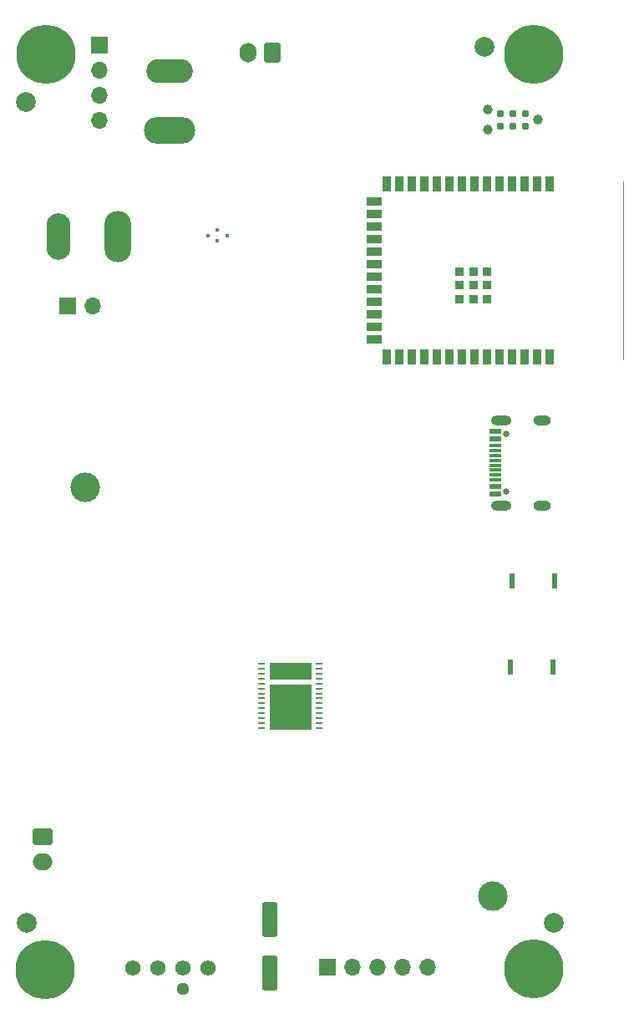
<source format=gbr>
%TF.GenerationSoftware,KiCad,Pcbnew,7.0.7*%
%TF.CreationDate,2023-10-02T05:04:28-04:00*%
%TF.ProjectId,bitaxeUltra,62697461-7865-4556-9c74-72612e6b6963,rev?*%
%TF.SameCoordinates,Original*%
%TF.FileFunction,Soldermask,Bot*%
%TF.FilePolarity,Negative*%
%FSLAX46Y46*%
G04 Gerber Fmt 4.6, Leading zero omitted, Abs format (unit mm)*
G04 Created by KiCad (PCBNEW 7.0.7) date 2023-10-02 05:04:28*
%MOMM*%
%LPD*%
G01*
G04 APERTURE LIST*
G04 Aperture macros list*
%AMRoundRect*
0 Rectangle with rounded corners*
0 $1 Rounding radius*
0 $2 $3 $4 $5 $6 $7 $8 $9 X,Y pos of 4 corners*
0 Add a 4 corners polygon primitive as box body*
4,1,4,$2,$3,$4,$5,$6,$7,$8,$9,$2,$3,0*
0 Add four circle primitives for the rounded corners*
1,1,$1+$1,$2,$3*
1,1,$1+$1,$4,$5*
1,1,$1+$1,$6,$7*
1,1,$1+$1,$8,$9*
0 Add four rect primitives between the rounded corners*
20,1,$1+$1,$2,$3,$4,$5,0*
20,1,$1+$1,$4,$5,$6,$7,0*
20,1,$1+$1,$6,$7,$8,$9,0*
20,1,$1+$1,$8,$9,$2,$3,0*%
G04 Aperture macros list end*
%ADD10C,0.120000*%
%ADD11C,3.000000*%
%ADD12C,0.800000*%
%ADD13C,6.000000*%
%ADD14C,0.400000*%
%ADD15C,1.295400*%
%ADD16C,1.574800*%
%ADD17R,1.700000X1.700000*%
%ADD18O,1.700000X1.700000*%
%ADD19C,2.000000*%
%ADD20RoundRect,0.250000X0.600000X0.750000X-0.600000X0.750000X-0.600000X-0.750000X0.600000X-0.750000X0*%
%ADD21O,1.700000X2.000000*%
%ADD22C,0.650000*%
%ADD23R,1.150000X0.600000*%
%ADD24R,1.150000X0.300000*%
%ADD25O,1.800000X1.000000*%
%ADD26O,2.100000X1.000000*%
%ADD27R,0.900000X1.500000*%
%ADD28R,1.500000X0.900000*%
%ADD29R,0.900000X0.900000*%
%ADD30O,5.204000X2.704000*%
%ADD31O,4.704000X2.454000*%
%ADD32C,0.990600*%
%ADD33C,0.787400*%
%ADD34R,0.792000X0.221000*%
%ADD35R,4.277000X1.810000*%
%ADD36R,4.277000X4.530000*%
%ADD37RoundRect,0.250000X-0.550000X1.500000X-0.550000X-1.500000X0.550000X-1.500000X0.550000X1.500000X0*%
%ADD38O,2.704000X5.204000*%
%ADD39O,2.454000X4.704000*%
%ADD40R,0.508000X1.524000*%
%ADD41RoundRect,0.250000X-0.750000X0.600000X-0.750000X-0.600000X0.750000X-0.600000X0.750000X0.600000X0*%
%ADD42O,2.000000X1.700000*%
G04 APERTURE END LIST*
D10*
%TO.C,U12*%
X139360000Y-81960000D02*
X139360000Y-63960000D01*
%TD*%
D11*
%TO.C,H6*%
X84764000Y-94984000D03*
%TD*%
%TO.C,H5*%
X126130000Y-136350000D03*
%TD*%
D12*
%TO.C,H7*%
X127985010Y-51120990D03*
X128644020Y-49530000D03*
X128644020Y-52711980D03*
X130235010Y-48870990D03*
D13*
X130235010Y-51120990D03*
D12*
X130235010Y-53370990D03*
X131826000Y-49530000D03*
X131826000Y-52711980D03*
X132485010Y-51120990D03*
%TD*%
%TO.C,H9*%
X128052000Y-143728000D03*
X128711010Y-142137010D03*
X128711010Y-145318990D03*
X130302000Y-141478000D03*
D13*
X130302000Y-143728000D03*
D12*
X130302000Y-145978000D03*
X131892990Y-142137010D03*
X131892990Y-145318990D03*
X132552000Y-143728000D03*
%TD*%
%TO.C,H10*%
X78455010Y-143830990D03*
X79114020Y-142240000D03*
X79114020Y-145421980D03*
X80705010Y-141580990D03*
D13*
X80705010Y-143830990D03*
D12*
X80705010Y-146080990D03*
X82296000Y-142240000D03*
X82296000Y-145421980D03*
X82955010Y-143830990D03*
%TD*%
D14*
%TO.C,U9*%
X98201691Y-68847200D03*
X99151691Y-69422200D03*
X97251691Y-69422200D03*
X98201691Y-69997200D03*
%TD*%
D12*
%TO.C,H8*%
X78558000Y-51054000D03*
X79217010Y-49463010D03*
X79217010Y-52644990D03*
X80808000Y-48804000D03*
D13*
X80808000Y-51054000D03*
D12*
X80808000Y-53304000D03*
X82398990Y-49463010D03*
X82398990Y-52644990D03*
X83058000Y-51054000D03*
%TD*%
D15*
%TO.C,J4*%
X94701000Y-145782001D03*
D16*
X89621000Y-143622000D03*
X92161000Y-143622000D03*
X94701000Y-143622000D03*
X97241000Y-143622000D03*
%TD*%
D17*
%TO.C,J9*%
X86270000Y-50140000D03*
D18*
X86270000Y-52680000D03*
X86270000Y-55220000D03*
X86270000Y-57760000D03*
%TD*%
D19*
%TO.C,FID7*%
X132260000Y-139060000D03*
%TD*%
D20*
%TO.C,J2*%
X103770000Y-50930000D03*
D21*
X101270000Y-50930000D03*
%TD*%
D17*
%TO.C,J7*%
X83000000Y-76540000D03*
D18*
X85540000Y-76540000D03*
%TD*%
D17*
%TO.C,J3*%
X109350000Y-143580000D03*
D18*
X111890000Y-143580000D03*
X114430000Y-143580000D03*
X116970000Y-143580000D03*
X119510000Y-143580000D03*
%TD*%
D22*
%TO.C,J8*%
X127443000Y-89566000D03*
X127443000Y-95346000D03*
D23*
X126368000Y-89256000D03*
X126368000Y-90056000D03*
D24*
X126368000Y-91206000D03*
X126368000Y-92206000D03*
X126368000Y-92706000D03*
X126368000Y-93706000D03*
D23*
X126368000Y-94856000D03*
X126368000Y-95656000D03*
X126368000Y-95656000D03*
X126368000Y-94856000D03*
D24*
X126368000Y-94206000D03*
X126368000Y-93206000D03*
X126368000Y-91706000D03*
X126368000Y-90706000D03*
D23*
X126368000Y-90056000D03*
X126368000Y-89256000D03*
D25*
X131123000Y-88136000D03*
D26*
X126943000Y-88136000D03*
D25*
X131123000Y-96776000D03*
D26*
X126943000Y-96776000D03*
%TD*%
D27*
%TO.C,U12*%
X131870000Y-81710000D03*
X130600000Y-81710000D03*
X129330000Y-81710000D03*
X128060000Y-81710000D03*
X126790000Y-81710000D03*
X125520000Y-81710000D03*
X124250000Y-81710000D03*
X122980000Y-81710000D03*
X121710000Y-81710000D03*
X120440000Y-81710000D03*
X119170000Y-81710000D03*
X117900000Y-81710000D03*
X116630000Y-81710000D03*
X115360000Y-81710000D03*
D28*
X114110000Y-79945000D03*
X114110000Y-78675000D03*
X114110000Y-77405000D03*
X114110000Y-76135000D03*
X114110000Y-74865000D03*
X114110000Y-73595000D03*
X114110000Y-72325000D03*
X114110000Y-71055000D03*
X114110000Y-69785000D03*
X114110000Y-68515000D03*
X114110000Y-67245000D03*
X114110000Y-65975000D03*
D27*
X115360000Y-64210000D03*
X116630000Y-64210000D03*
X117900000Y-64210000D03*
X119170000Y-64210000D03*
X120440000Y-64210000D03*
X121710000Y-64210000D03*
X122980000Y-64210000D03*
X124250000Y-64210000D03*
X125520000Y-64210000D03*
X126790000Y-64210000D03*
X128060000Y-64210000D03*
X129330000Y-64210000D03*
X130600000Y-64210000D03*
X131870000Y-64210000D03*
D29*
X122750000Y-75860000D03*
X124150000Y-75860000D03*
X125550000Y-75860000D03*
X122750000Y-74460000D03*
X124150000Y-74460000D03*
X125550000Y-74460000D03*
X122750000Y-73060000D03*
X124150000Y-73060000D03*
X125550000Y-73060000D03*
%TD*%
D30*
%TO.C,J1*%
X93390000Y-58777500D03*
D31*
X93390000Y-52777500D03*
%TD*%
D32*
%TO.C,J5*%
X130670000Y-57730000D03*
X125590000Y-58746000D03*
X125590000Y-56714000D03*
D33*
X129400000Y-58365000D03*
X129400000Y-57095000D03*
X128130000Y-58365000D03*
X128130000Y-57095000D03*
X126860000Y-58365000D03*
X126860000Y-57095000D03*
%TD*%
D19*
%TO.C,FID8*%
X78850000Y-139070000D03*
%TD*%
D34*
%TO.C,U14*%
X108528000Y-112805000D03*
X108528000Y-113307000D03*
X108528000Y-113809000D03*
X108528000Y-114311000D03*
X108528000Y-114813000D03*
X108528000Y-115315000D03*
X108528000Y-115817000D03*
X108528000Y-116319000D03*
X108528000Y-116821000D03*
X108528000Y-117323000D03*
X108528000Y-117825000D03*
X108528000Y-118327000D03*
X108528000Y-118829000D03*
X108528000Y-119331000D03*
X102696000Y-119318000D03*
X102696000Y-118818000D03*
X102696000Y-118318000D03*
X102696000Y-117818000D03*
X102696000Y-117318000D03*
X102696000Y-116821000D03*
X102696000Y-116318000D03*
X102696000Y-115817000D03*
X102696000Y-115315000D03*
X102696000Y-114813000D03*
X102696000Y-114311000D03*
X102696000Y-113818000D03*
X102696000Y-113307000D03*
X102696000Y-112818000D03*
D35*
X105612000Y-113600000D03*
D36*
X105612000Y-117176000D03*
%TD*%
D37*
%TO.C,C28*%
X103490000Y-138720000D03*
X103490000Y-144120000D03*
%TD*%
D38*
%TO.C,J1*%
X88130000Y-69540000D03*
D39*
X82130000Y-69540000D03*
%TD*%
D40*
%TO.C,SW1*%
X132345000Y-104448000D03*
X128027000Y-104448000D03*
%TD*%
D19*
%TO.C,FID5*%
X125270000Y-50310000D03*
%TD*%
D41*
%TO.C,J2*%
X80470000Y-130360000D03*
D42*
X80470000Y-132860000D03*
%TD*%
D40*
%TO.C,SW2*%
X132241000Y-113155000D03*
X127923000Y-113155000D03*
%TD*%
D19*
%TO.C,FID6*%
X78750000Y-55900000D03*
%TD*%
M02*

</source>
